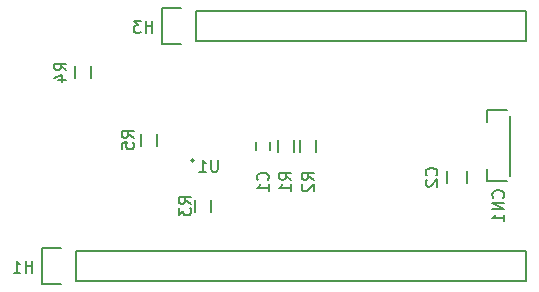
<source format=gbo>
G04 #@! TF.FileFunction,Legend,Bot*
%FSLAX46Y46*%
G04 Gerber Fmt 4.6, Leading zero omitted, Abs format (unit mm)*
G04 Created by KiCad (PCBNEW 4.0.4-stable) date 11/28/16 12:13:09*
%MOMM*%
%LPD*%
G01*
G04 APERTURE LIST*
%ADD10C,0.150000*%
G04 APERTURE END LIST*
D10*
X138712500Y-109252500D02*
X138712500Y-108552500D01*
X137512500Y-108552500D02*
X137512500Y-109252500D01*
X153645500Y-112069500D02*
X153645500Y-111069500D01*
X155345500Y-111069500D02*
X155345500Y-112069500D01*
X159031500Y-106352500D02*
X159031500Y-111452500D01*
X157031500Y-111902500D02*
X158781500Y-111902500D01*
X157031500Y-105902500D02*
X158781500Y-105902500D01*
X157031500Y-111902500D02*
X157031500Y-110902500D01*
X157031500Y-105902500D02*
X157031500Y-106902500D01*
X122237500Y-117792500D02*
X160337500Y-117792500D01*
X160337500Y-117792500D02*
X160337500Y-120332500D01*
X160337500Y-120332500D02*
X122237500Y-120332500D01*
X119417500Y-120612500D02*
X120967500Y-120612500D01*
X122237500Y-120332500D02*
X122237500Y-117792500D01*
X120967500Y-117512500D02*
X119417500Y-117512500D01*
X119417500Y-117512500D02*
X119417500Y-120612500D01*
X132397500Y-100012500D02*
X160337500Y-100012500D01*
X160337500Y-100012500D02*
X160337500Y-97472500D01*
X160337500Y-97472500D02*
X132397500Y-97472500D01*
X129577500Y-100292500D02*
X131127500Y-100292500D01*
X132397500Y-100012500D02*
X132397500Y-97472500D01*
X131127500Y-97192500D02*
X129577500Y-97192500D01*
X129577500Y-97192500D02*
X129577500Y-100292500D01*
X139342500Y-108402500D02*
X139342500Y-109402500D01*
X140692500Y-109402500D02*
X140692500Y-108402500D01*
X141247500Y-108402500D02*
X141247500Y-109402500D01*
X142597500Y-109402500D02*
X142597500Y-108402500D01*
X132357500Y-113482500D02*
X132357500Y-114482500D01*
X133707500Y-114482500D02*
X133707500Y-113482500D01*
X123547500Y-103179500D02*
X123547500Y-102179500D01*
X122197500Y-102179500D02*
X122197500Y-103179500D01*
X127785500Y-107894500D02*
X127785500Y-108894500D01*
X129135500Y-108894500D02*
X129135500Y-107894500D01*
X132243921Y-110137500D02*
G75*
G03X132243921Y-110137500I-141421J0D01*
G01*
X138469643Y-111783834D02*
X138517262Y-111736215D01*
X138564881Y-111593358D01*
X138564881Y-111498120D01*
X138517262Y-111355262D01*
X138422024Y-111260024D01*
X138326786Y-111212405D01*
X138136310Y-111164786D01*
X137993452Y-111164786D01*
X137802976Y-111212405D01*
X137707738Y-111260024D01*
X137612500Y-111355262D01*
X137564881Y-111498120D01*
X137564881Y-111593358D01*
X137612500Y-111736215D01*
X137660119Y-111783834D01*
X138564881Y-112736215D02*
X138564881Y-112164786D01*
X138564881Y-112450500D02*
X137564881Y-112450500D01*
X137707738Y-112355262D01*
X137802976Y-112260024D01*
X137850595Y-112164786D01*
X152752643Y-111402834D02*
X152800262Y-111355215D01*
X152847881Y-111212358D01*
X152847881Y-111117120D01*
X152800262Y-110974262D01*
X152705024Y-110879024D01*
X152609786Y-110831405D01*
X152419310Y-110783786D01*
X152276452Y-110783786D01*
X152085976Y-110831405D01*
X151990738Y-110879024D01*
X151895500Y-110974262D01*
X151847881Y-111117120D01*
X151847881Y-111212358D01*
X151895500Y-111355215D01*
X151943119Y-111402834D01*
X151943119Y-111783786D02*
X151895500Y-111831405D01*
X151847881Y-111926643D01*
X151847881Y-112164739D01*
X151895500Y-112259977D01*
X151943119Y-112307596D01*
X152038357Y-112355215D01*
X152133595Y-112355215D01*
X152276452Y-112307596D01*
X152847881Y-111736167D01*
X152847881Y-112355215D01*
X158408643Y-113292024D02*
X158456262Y-113244405D01*
X158503881Y-113101548D01*
X158503881Y-113006310D01*
X158456262Y-112863452D01*
X158361024Y-112768214D01*
X158265786Y-112720595D01*
X158075310Y-112672976D01*
X157932452Y-112672976D01*
X157741976Y-112720595D01*
X157646738Y-112768214D01*
X157551500Y-112863452D01*
X157503881Y-113006310D01*
X157503881Y-113101548D01*
X157551500Y-113244405D01*
X157599119Y-113292024D01*
X158503881Y-113720595D02*
X157503881Y-113720595D01*
X158503881Y-114292024D01*
X157503881Y-114292024D01*
X158503881Y-115292024D02*
X158503881Y-114720595D01*
X158503881Y-115006309D02*
X157503881Y-115006309D01*
X157646738Y-114911071D01*
X157741976Y-114815833D01*
X157789595Y-114720595D01*
X118554405Y-119641881D02*
X118554405Y-118641881D01*
X118554405Y-119118071D02*
X117982976Y-119118071D01*
X117982976Y-119641881D02*
X117982976Y-118641881D01*
X116982976Y-119641881D02*
X117554405Y-119641881D01*
X117268691Y-119641881D02*
X117268691Y-118641881D01*
X117363929Y-118784738D01*
X117459167Y-118879976D01*
X117554405Y-118927595D01*
X128714405Y-99321881D02*
X128714405Y-98321881D01*
X128714405Y-98798071D02*
X128142976Y-98798071D01*
X128142976Y-99321881D02*
X128142976Y-98321881D01*
X127762024Y-98321881D02*
X127142976Y-98321881D01*
X127476310Y-98702833D01*
X127333452Y-98702833D01*
X127238214Y-98750452D01*
X127190595Y-98798071D01*
X127142976Y-98893310D01*
X127142976Y-99131405D01*
X127190595Y-99226643D01*
X127238214Y-99274262D01*
X127333452Y-99321881D01*
X127619167Y-99321881D01*
X127714405Y-99274262D01*
X127762024Y-99226643D01*
X140469881Y-111783834D02*
X139993690Y-111450500D01*
X140469881Y-111212405D02*
X139469881Y-111212405D01*
X139469881Y-111593358D01*
X139517500Y-111688596D01*
X139565119Y-111736215D01*
X139660357Y-111783834D01*
X139803214Y-111783834D01*
X139898452Y-111736215D01*
X139946071Y-111688596D01*
X139993690Y-111593358D01*
X139993690Y-111212405D01*
X140469881Y-112736215D02*
X140469881Y-112164786D01*
X140469881Y-112450500D02*
X139469881Y-112450500D01*
X139612738Y-112355262D01*
X139707976Y-112260024D01*
X139755595Y-112164786D01*
X142374881Y-111783834D02*
X141898690Y-111450500D01*
X142374881Y-111212405D02*
X141374881Y-111212405D01*
X141374881Y-111593358D01*
X141422500Y-111688596D01*
X141470119Y-111736215D01*
X141565357Y-111783834D01*
X141708214Y-111783834D01*
X141803452Y-111736215D01*
X141851071Y-111688596D01*
X141898690Y-111593358D01*
X141898690Y-111212405D01*
X141470119Y-112164786D02*
X141422500Y-112212405D01*
X141374881Y-112307643D01*
X141374881Y-112545739D01*
X141422500Y-112640977D01*
X141470119Y-112688596D01*
X141565357Y-112736215D01*
X141660595Y-112736215D01*
X141803452Y-112688596D01*
X142374881Y-112117167D01*
X142374881Y-112736215D01*
X131960881Y-113815834D02*
X131484690Y-113482500D01*
X131960881Y-113244405D02*
X130960881Y-113244405D01*
X130960881Y-113625358D01*
X131008500Y-113720596D01*
X131056119Y-113768215D01*
X131151357Y-113815834D01*
X131294214Y-113815834D01*
X131389452Y-113768215D01*
X131437071Y-113720596D01*
X131484690Y-113625358D01*
X131484690Y-113244405D01*
X130960881Y-114149167D02*
X130960881Y-114768215D01*
X131341833Y-114434881D01*
X131341833Y-114577739D01*
X131389452Y-114672977D01*
X131437071Y-114720596D01*
X131532310Y-114768215D01*
X131770405Y-114768215D01*
X131865643Y-114720596D01*
X131913262Y-114672977D01*
X131960881Y-114577739D01*
X131960881Y-114292024D01*
X131913262Y-114196786D01*
X131865643Y-114149167D01*
X121424881Y-102512834D02*
X120948690Y-102179500D01*
X121424881Y-101941405D02*
X120424881Y-101941405D01*
X120424881Y-102322358D01*
X120472500Y-102417596D01*
X120520119Y-102465215D01*
X120615357Y-102512834D01*
X120758214Y-102512834D01*
X120853452Y-102465215D01*
X120901071Y-102417596D01*
X120948690Y-102322358D01*
X120948690Y-101941405D01*
X120758214Y-103369977D02*
X121424881Y-103369977D01*
X120377262Y-103131881D02*
X121091548Y-102893786D01*
X121091548Y-103512834D01*
X127134881Y-108227834D02*
X126658690Y-107894500D01*
X127134881Y-107656405D02*
X126134881Y-107656405D01*
X126134881Y-108037358D01*
X126182500Y-108132596D01*
X126230119Y-108180215D01*
X126325357Y-108227834D01*
X126468214Y-108227834D01*
X126563452Y-108180215D01*
X126611071Y-108132596D01*
X126658690Y-108037358D01*
X126658690Y-107656405D01*
X126134881Y-109132596D02*
X126134881Y-108656405D01*
X126611071Y-108608786D01*
X126563452Y-108656405D01*
X126515833Y-108751643D01*
X126515833Y-108989739D01*
X126563452Y-109084977D01*
X126611071Y-109132596D01*
X126706310Y-109180215D01*
X126944405Y-109180215D01*
X127039643Y-109132596D01*
X127087262Y-109084977D01*
X127134881Y-108989739D01*
X127134881Y-108751643D01*
X127087262Y-108656405D01*
X127039643Y-108608786D01*
X134264405Y-110089881D02*
X134264405Y-110899405D01*
X134216786Y-110994643D01*
X134169167Y-111042262D01*
X134073929Y-111089881D01*
X133883452Y-111089881D01*
X133788214Y-111042262D01*
X133740595Y-110994643D01*
X133692976Y-110899405D01*
X133692976Y-110089881D01*
X132692976Y-111089881D02*
X133264405Y-111089881D01*
X132978691Y-111089881D02*
X132978691Y-110089881D01*
X133073929Y-110232738D01*
X133169167Y-110327976D01*
X133264405Y-110375595D01*
M02*

</source>
